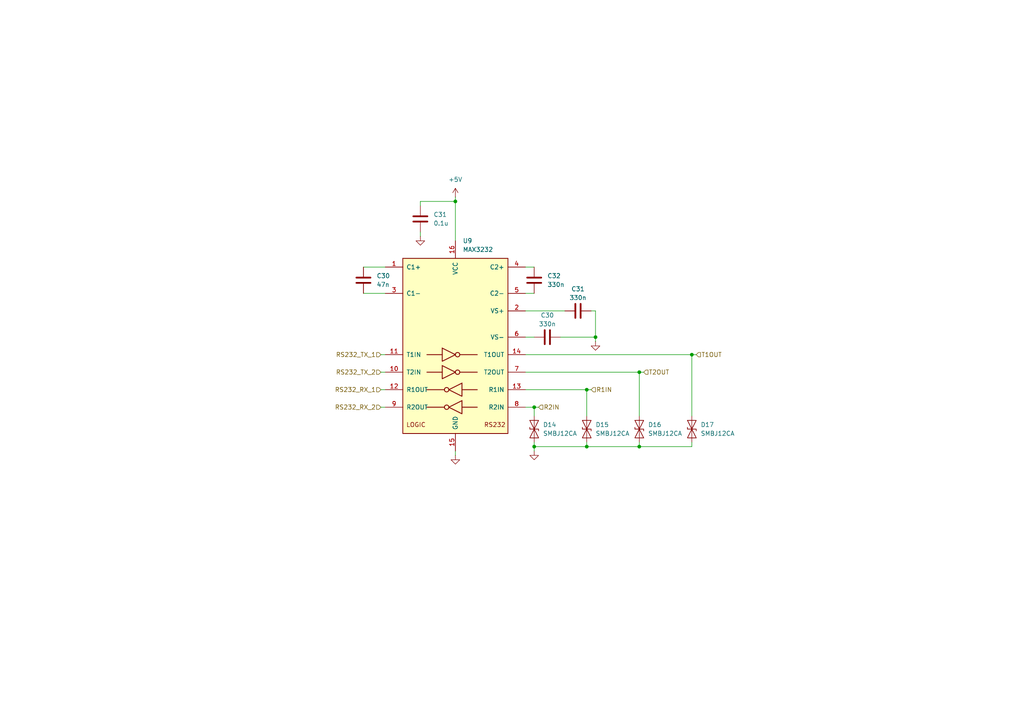
<source format=kicad_sch>
(kicad_sch
	(version 20250114)
	(generator "eeschema")
	(generator_version "9.0")
	(uuid "8b00f5a6-45cf-42d4-a3be-a7792a289798")
	(paper "A4")
	(lib_symbols
		(symbol "Device:C"
			(pin_numbers
				(hide yes)
			)
			(pin_names
				(offset 0.254)
			)
			(exclude_from_sim no)
			(in_bom yes)
			(on_board yes)
			(property "Reference" "C"
				(at 0.635 2.54 0)
				(effects
					(font
						(size 1.27 1.27)
					)
					(justify left)
				)
			)
			(property "Value" "C"
				(at 0.635 -2.54 0)
				(effects
					(font
						(size 1.27 1.27)
					)
					(justify left)
				)
			)
			(property "Footprint" ""
				(at 0.9652 -3.81 0)
				(effects
					(font
						(size 1.27 1.27)
					)
					(hide yes)
				)
			)
			(property "Datasheet" "~"
				(at 0 0 0)
				(effects
					(font
						(size 1.27 1.27)
					)
					(hide yes)
				)
			)
			(property "Description" "Unpolarized capacitor"
				(at 0 0 0)
				(effects
					(font
						(size 1.27 1.27)
					)
					(hide yes)
				)
			)
			(property "ki_keywords" "cap capacitor"
				(at 0 0 0)
				(effects
					(font
						(size 1.27 1.27)
					)
					(hide yes)
				)
			)
			(property "ki_fp_filters" "C_*"
				(at 0 0 0)
				(effects
					(font
						(size 1.27 1.27)
					)
					(hide yes)
				)
			)
			(symbol "C_0_1"
				(polyline
					(pts
						(xy -2.032 0.762) (xy 2.032 0.762)
					)
					(stroke
						(width 0.508)
						(type default)
					)
					(fill
						(type none)
					)
				)
				(polyline
					(pts
						(xy -2.032 -0.762) (xy 2.032 -0.762)
					)
					(stroke
						(width 0.508)
						(type default)
					)
					(fill
						(type none)
					)
				)
			)
			(symbol "C_1_1"
				(pin passive line
					(at 0 3.81 270)
					(length 2.794)
					(name "~"
						(effects
							(font
								(size 1.27 1.27)
							)
						)
					)
					(number "1"
						(effects
							(font
								(size 1.27 1.27)
							)
						)
					)
				)
				(pin passive line
					(at 0 -3.81 90)
					(length 2.794)
					(name "~"
						(effects
							(font
								(size 1.27 1.27)
							)
						)
					)
					(number "2"
						(effects
							(font
								(size 1.27 1.27)
							)
						)
					)
				)
			)
			(embedded_fonts no)
		)
		(symbol "Diode:SMAJ6.0CA"
			(pin_numbers
				(hide yes)
			)
			(pin_names
				(offset 1.016)
				(hide yes)
			)
			(exclude_from_sim no)
			(in_bom yes)
			(on_board yes)
			(property "Reference" "D"
				(at 0 2.54 0)
				(effects
					(font
						(size 1.27 1.27)
					)
				)
			)
			(property "Value" "SMAJ6.0CA"
				(at 0 -2.54 0)
				(effects
					(font
						(size 1.27 1.27)
					)
				)
			)
			(property "Footprint" "Diode_SMD:D_SMA"
				(at 0 -5.08 0)
				(effects
					(font
						(size 1.27 1.27)
					)
					(hide yes)
				)
			)
			(property "Datasheet" "https://www.littelfuse.com/media?resourcetype=datasheets&itemid=75e32973-b177-4ee3-a0ff-cedaf1abdb93&filename=smaj-datasheet"
				(at 0 0 0)
				(effects
					(font
						(size 1.27 1.27)
					)
					(hide yes)
				)
			)
			(property "Description" "400W bidirectional Transient Voltage Suppressor, 6.0Vr, SMA(DO-214AC)"
				(at 0 0 0)
				(effects
					(font
						(size 1.27 1.27)
					)
					(hide yes)
				)
			)
			(property "ki_keywords" "bidirectional diode TVS voltage suppressor"
				(at 0 0 0)
				(effects
					(font
						(size 1.27 1.27)
					)
					(hide yes)
				)
			)
			(property "ki_fp_filters" "D*SMA*"
				(at 0 0 0)
				(effects
					(font
						(size 1.27 1.27)
					)
					(hide yes)
				)
			)
			(symbol "SMAJ6.0CA_0_1"
				(polyline
					(pts
						(xy -2.54 -1.27) (xy 0 0) (xy -2.54 1.27) (xy -2.54 -1.27)
					)
					(stroke
						(width 0.2032)
						(type default)
					)
					(fill
						(type none)
					)
				)
				(polyline
					(pts
						(xy 0.508 1.27) (xy 0 1.27) (xy 0 -1.27) (xy -0.508 -1.27)
					)
					(stroke
						(width 0.2032)
						(type default)
					)
					(fill
						(type none)
					)
				)
				(polyline
					(pts
						(xy 1.27 0) (xy -1.27 0)
					)
					(stroke
						(width 0)
						(type default)
					)
					(fill
						(type none)
					)
				)
				(polyline
					(pts
						(xy 2.54 1.27) (xy 2.54 -1.27) (xy 0 0) (xy 2.54 1.27)
					)
					(stroke
						(width 0.2032)
						(type default)
					)
					(fill
						(type none)
					)
				)
			)
			(symbol "SMAJ6.0CA_1_1"
				(pin passive line
					(at -3.81 0 0)
					(length 2.54)
					(name "A1"
						(effects
							(font
								(size 1.27 1.27)
							)
						)
					)
					(number "1"
						(effects
							(font
								(size 1.27 1.27)
							)
						)
					)
				)
				(pin passive line
					(at 3.81 0 180)
					(length 2.54)
					(name "A2"
						(effects
							(font
								(size 1.27 1.27)
							)
						)
					)
					(number "2"
						(effects
							(font
								(size 1.27 1.27)
							)
						)
					)
				)
			)
			(embedded_fonts no)
		)
		(symbol "Interface_UART:MAX3232"
			(pin_names
				(offset 1.016)
			)
			(exclude_from_sim no)
			(in_bom yes)
			(on_board yes)
			(property "Reference" "U"
				(at -2.54 28.575 0)
				(effects
					(font
						(size 1.27 1.27)
					)
					(justify right)
				)
			)
			(property "Value" "MAX3232"
				(at -2.54 26.67 0)
				(effects
					(font
						(size 1.27 1.27)
					)
					(justify right)
				)
			)
			(property "Footprint" ""
				(at 1.27 -26.67 0)
				(effects
					(font
						(size 1.27 1.27)
					)
					(justify left)
					(hide yes)
				)
			)
			(property "Datasheet" "https://datasheets.maximintegrated.com/en/ds/MAX3222-MAX3241.pdf"
				(at 0 2.54 0)
				(effects
					(font
						(size 1.27 1.27)
					)
					(hide yes)
				)
			)
			(property "Description" "3.0V to 5.5V, Low-Power, up to 1Mbps, True RS-232 Transceivers Using Four 0.1μF External Capacitors"
				(at 0 0 0)
				(effects
					(font
						(size 1.27 1.27)
					)
					(hide yes)
				)
			)
			(property "ki_keywords" "rs232 uart transceiver line-driver"
				(at 0 0 0)
				(effects
					(font
						(size 1.27 1.27)
					)
					(hide yes)
				)
			)
			(property "ki_fp_filters" "SOIC*P1.27mm* DIP*W7.62mm* TSSOP*4.4x5mm*P0.65mm*"
				(at 0 0 0)
				(effects
					(font
						(size 1.27 1.27)
					)
					(hide yes)
				)
			)
			(symbol "MAX3232_0_0"
				(text "LOGIC"
					(at -11.43 -22.86 0)
					(effects
						(font
							(size 1.27 1.27)
						)
					)
				)
				(text "RS232"
					(at 11.43 -22.86 0)
					(effects
						(font
							(size 1.27 1.27)
						)
					)
				)
			)
			(symbol "MAX3232_0_1"
				(rectangle
					(start -15.24 -25.4)
					(end 15.24 25.4)
					(stroke
						(width 0.254)
						(type default)
					)
					(fill
						(type background)
					)
				)
				(polyline
					(pts
						(xy -3.81 -0.635) (xy -3.81 -4.445) (xy 0 -2.54) (xy -3.81 -0.635)
					)
					(stroke
						(width 0.254)
						(type default)
					)
					(fill
						(type none)
					)
				)
				(polyline
					(pts
						(xy -3.81 -2.54) (xy -8.255 -2.54)
					)
					(stroke
						(width 0.254)
						(type default)
					)
					(fill
						(type none)
					)
				)
				(polyline
					(pts
						(xy -3.81 -5.715) (xy -3.81 -9.525) (xy 0 -7.62) (xy -3.81 -5.715)
					)
					(stroke
						(width 0.254)
						(type default)
					)
					(fill
						(type none)
					)
				)
				(polyline
					(pts
						(xy -3.81 -7.62) (xy -8.255 -7.62)
					)
					(stroke
						(width 0.254)
						(type default)
					)
					(fill
						(type none)
					)
				)
				(polyline
					(pts
						(xy -3.175 -12.7) (xy -8.255 -12.7)
					)
					(stroke
						(width 0.254)
						(type default)
					)
					(fill
						(type none)
					)
				)
				(polyline
					(pts
						(xy -3.175 -17.78) (xy -8.255 -17.78)
					)
					(stroke
						(width 0.254)
						(type default)
					)
					(fill
						(type none)
					)
				)
				(circle
					(center -2.54 -12.7)
					(radius 0.635)
					(stroke
						(width 0.254)
						(type default)
					)
					(fill
						(type none)
					)
				)
				(circle
					(center -2.54 -17.78)
					(radius 0.635)
					(stroke
						(width 0.254)
						(type default)
					)
					(fill
						(type none)
					)
				)
				(circle
					(center 0.635 -2.54)
					(radius 0.635)
					(stroke
						(width 0.254)
						(type default)
					)
					(fill
						(type none)
					)
				)
				(circle
					(center 0.635 -7.62)
					(radius 0.635)
					(stroke
						(width 0.254)
						(type default)
					)
					(fill
						(type none)
					)
				)
				(polyline
					(pts
						(xy 1.27 -2.54) (xy 6.35 -2.54)
					)
					(stroke
						(width 0.254)
						(type default)
					)
					(fill
						(type none)
					)
				)
				(polyline
					(pts
						(xy 1.27 -7.62) (xy 6.35 -7.62)
					)
					(stroke
						(width 0.254)
						(type default)
					)
					(fill
						(type none)
					)
				)
				(polyline
					(pts
						(xy 1.905 -10.795) (xy 1.905 -14.605) (xy -1.905 -12.7) (xy 1.905 -10.795)
					)
					(stroke
						(width 0.254)
						(type default)
					)
					(fill
						(type none)
					)
				)
				(polyline
					(pts
						(xy 1.905 -12.7) (xy 6.35 -12.7)
					)
					(stroke
						(width 0.254)
						(type default)
					)
					(fill
						(type none)
					)
				)
				(polyline
					(pts
						(xy 1.905 -15.875) (xy 1.905 -19.685) (xy -1.905 -17.78) (xy 1.905 -15.875)
					)
					(stroke
						(width 0.254)
						(type default)
					)
					(fill
						(type none)
					)
				)
				(polyline
					(pts
						(xy 1.905 -17.78) (xy 6.35 -17.78)
					)
					(stroke
						(width 0.254)
						(type default)
					)
					(fill
						(type none)
					)
				)
			)
			(symbol "MAX3232_1_1"
				(pin passive line
					(at -20.32 22.86 0)
					(length 5.08)
					(name "C1+"
						(effects
							(font
								(size 1.27 1.27)
							)
						)
					)
					(number "1"
						(effects
							(font
								(size 1.27 1.27)
							)
						)
					)
				)
				(pin passive line
					(at -20.32 15.24 0)
					(length 5.08)
					(name "C1-"
						(effects
							(font
								(size 1.27 1.27)
							)
						)
					)
					(number "3"
						(effects
							(font
								(size 1.27 1.27)
							)
						)
					)
				)
				(pin input line
					(at -20.32 -2.54 0)
					(length 5.08)
					(name "T1IN"
						(effects
							(font
								(size 1.27 1.27)
							)
						)
					)
					(number "11"
						(effects
							(font
								(size 1.27 1.27)
							)
						)
					)
				)
				(pin input line
					(at -20.32 -7.62 0)
					(length 5.08)
					(name "T2IN"
						(effects
							(font
								(size 1.27 1.27)
							)
						)
					)
					(number "10"
						(effects
							(font
								(size 1.27 1.27)
							)
						)
					)
				)
				(pin output line
					(at -20.32 -12.7 0)
					(length 5.08)
					(name "R1OUT"
						(effects
							(font
								(size 1.27 1.27)
							)
						)
					)
					(number "12"
						(effects
							(font
								(size 1.27 1.27)
							)
						)
					)
				)
				(pin output line
					(at -20.32 -17.78 0)
					(length 5.08)
					(name "R2OUT"
						(effects
							(font
								(size 1.27 1.27)
							)
						)
					)
					(number "9"
						(effects
							(font
								(size 1.27 1.27)
							)
						)
					)
				)
				(pin power_in line
					(at 0 30.48 270)
					(length 5.08)
					(name "VCC"
						(effects
							(font
								(size 1.27 1.27)
							)
						)
					)
					(number "16"
						(effects
							(font
								(size 1.27 1.27)
							)
						)
					)
				)
				(pin power_in line
					(at 0 -30.48 90)
					(length 5.08)
					(name "GND"
						(effects
							(font
								(size 1.27 1.27)
							)
						)
					)
					(number "15"
						(effects
							(font
								(size 1.27 1.27)
							)
						)
					)
				)
				(pin passive line
					(at 20.32 22.86 180)
					(length 5.08)
					(name "C2+"
						(effects
							(font
								(size 1.27 1.27)
							)
						)
					)
					(number "4"
						(effects
							(font
								(size 1.27 1.27)
							)
						)
					)
				)
				(pin passive line
					(at 20.32 15.24 180)
					(length 5.08)
					(name "C2-"
						(effects
							(font
								(size 1.27 1.27)
							)
						)
					)
					(number "5"
						(effects
							(font
								(size 1.27 1.27)
							)
						)
					)
				)
				(pin power_out line
					(at 20.32 10.16 180)
					(length 5.08)
					(name "VS+"
						(effects
							(font
								(size 1.27 1.27)
							)
						)
					)
					(number "2"
						(effects
							(font
								(size 1.27 1.27)
							)
						)
					)
				)
				(pin power_out line
					(at 20.32 2.54 180)
					(length 5.08)
					(name "VS-"
						(effects
							(font
								(size 1.27 1.27)
							)
						)
					)
					(number "6"
						(effects
							(font
								(size 1.27 1.27)
							)
						)
					)
				)
				(pin output line
					(at 20.32 -2.54 180)
					(length 5.08)
					(name "T1OUT"
						(effects
							(font
								(size 1.27 1.27)
							)
						)
					)
					(number "14"
						(effects
							(font
								(size 1.27 1.27)
							)
						)
					)
				)
				(pin output line
					(at 20.32 -7.62 180)
					(length 5.08)
					(name "T2OUT"
						(effects
							(font
								(size 1.27 1.27)
							)
						)
					)
					(number "7"
						(effects
							(font
								(size 1.27 1.27)
							)
						)
					)
				)
				(pin input line
					(at 20.32 -12.7 180)
					(length 5.08)
					(name "R1IN"
						(effects
							(font
								(size 1.27 1.27)
							)
						)
					)
					(number "13"
						(effects
							(font
								(size 1.27 1.27)
							)
						)
					)
				)
				(pin input line
					(at 20.32 -17.78 180)
					(length 5.08)
					(name "R2IN"
						(effects
							(font
								(size 1.27 1.27)
							)
						)
					)
					(number "8"
						(effects
							(font
								(size 1.27 1.27)
							)
						)
					)
				)
			)
			(embedded_fonts no)
		)
		(symbol "power:+5V"
			(power)
			(pin_numbers
				(hide yes)
			)
			(pin_names
				(offset 0)
				(hide yes)
			)
			(exclude_from_sim no)
			(in_bom yes)
			(on_board yes)
			(property "Reference" "#PWR"
				(at 0 -3.81 0)
				(effects
					(font
						(size 1.27 1.27)
					)
					(hide yes)
				)
			)
			(property "Value" "+5V"
				(at 0 3.556 0)
				(effects
					(font
						(size 1.27 1.27)
					)
				)
			)
			(property "Footprint" ""
				(at 0 0 0)
				(effects
					(font
						(size 1.27 1.27)
					)
					(hide yes)
				)
			)
			(property "Datasheet" ""
				(at 0 0 0)
				(effects
					(font
						(size 1.27 1.27)
					)
					(hide yes)
				)
			)
			(property "Description" "Power symbol creates a global label with name \"+5V\""
				(at 0 0 0)
				(effects
					(font
						(size 1.27 1.27)
					)
					(hide yes)
				)
			)
			(property "ki_keywords" "global power"
				(at 0 0 0)
				(effects
					(font
						(size 1.27 1.27)
					)
					(hide yes)
				)
			)
			(symbol "+5V_0_1"
				(polyline
					(pts
						(xy -0.762 1.27) (xy 0 2.54)
					)
					(stroke
						(width 0)
						(type default)
					)
					(fill
						(type none)
					)
				)
				(polyline
					(pts
						(xy 0 2.54) (xy 0.762 1.27)
					)
					(stroke
						(width 0)
						(type default)
					)
					(fill
						(type none)
					)
				)
				(polyline
					(pts
						(xy 0 0) (xy 0 2.54)
					)
					(stroke
						(width 0)
						(type default)
					)
					(fill
						(type none)
					)
				)
			)
			(symbol "+5V_1_1"
				(pin power_in line
					(at 0 0 90)
					(length 0)
					(name "~"
						(effects
							(font
								(size 1.27 1.27)
							)
						)
					)
					(number "1"
						(effects
							(font
								(size 1.27 1.27)
							)
						)
					)
				)
			)
			(embedded_fonts no)
		)
		(symbol "power:GND"
			(power)
			(pin_numbers
				(hide yes)
			)
			(pin_names
				(offset 0)
				(hide yes)
			)
			(exclude_from_sim no)
			(in_bom yes)
			(on_board yes)
			(property "Reference" "#PWR"
				(at 0 -6.35 0)
				(effects
					(font
						(size 1.27 1.27)
					)
					(hide yes)
				)
			)
			(property "Value" "GND"
				(at 0 -3.81 0)
				(effects
					(font
						(size 1.27 1.27)
					)
				)
			)
			(property "Footprint" ""
				(at 0 0 0)
				(effects
					(font
						(size 1.27 1.27)
					)
					(hide yes)
				)
			)
			(property "Datasheet" ""
				(at 0 0 0)
				(effects
					(font
						(size 1.27 1.27)
					)
					(hide yes)
				)
			)
			(property "Description" "Power symbol creates a global label with name \"GND\" , ground"
				(at 0 0 0)
				(effects
					(font
						(size 1.27 1.27)
					)
					(hide yes)
				)
			)
			(property "ki_keywords" "global power"
				(at 0 0 0)
				(effects
					(font
						(size 1.27 1.27)
					)
					(hide yes)
				)
			)
			(symbol "GND_0_1"
				(polyline
					(pts
						(xy 0 0) (xy 0 -1.27) (xy 1.27 -1.27) (xy 0 -2.54) (xy -1.27 -1.27) (xy 0 -1.27)
					)
					(stroke
						(width 0)
						(type default)
					)
					(fill
						(type none)
					)
				)
			)
			(symbol "GND_1_1"
				(pin power_in line
					(at 0 0 270)
					(length 0)
					(name "~"
						(effects
							(font
								(size 1.27 1.27)
							)
						)
					)
					(number "1"
						(effects
							(font
								(size 1.27 1.27)
							)
						)
					)
				)
			)
			(embedded_fonts no)
		)
	)
	(junction
		(at 154.94 129.54)
		(diameter 0)
		(color 0 0 0 0)
		(uuid "1dad913d-aab6-4740-b88e-f31af5a7f880")
	)
	(junction
		(at 170.18 129.54)
		(diameter 0)
		(color 0 0 0 0)
		(uuid "4633c3ad-74e3-430e-b711-9425ee2ec1ea")
	)
	(junction
		(at 170.18 113.03)
		(diameter 0)
		(color 0 0 0 0)
		(uuid "4e5b6ab0-dc71-4658-aa47-e82790f51fd5")
	)
	(junction
		(at 185.42 107.95)
		(diameter 0)
		(color 0 0 0 0)
		(uuid "6da8a2b6-3c20-45af-aa85-3650c7b160fd")
	)
	(junction
		(at 132.08 58.42)
		(diameter 0)
		(color 0 0 0 0)
		(uuid "7a66819b-a827-4f14-8007-095ed9352459")
	)
	(junction
		(at 154.94 118.11)
		(diameter 0)
		(color 0 0 0 0)
		(uuid "813de9cc-6775-4749-84a9-da52ec16c8f9")
	)
	(junction
		(at 200.66 102.87)
		(diameter 0)
		(color 0 0 0 0)
		(uuid "9cd58e2c-ee86-479d-9cb2-33a0e423064a")
	)
	(junction
		(at 185.42 129.54)
		(diameter 0)
		(color 0 0 0 0)
		(uuid "cedbf081-5d5e-4d4b-907c-e7a354389587")
	)
	(junction
		(at 172.72 97.79)
		(diameter 0)
		(color 0 0 0 0)
		(uuid "e7a7bd16-730b-4e19-b429-dccdd0112534")
	)
	(wire
		(pts
			(xy 152.4 107.95) (xy 185.42 107.95)
		)
		(stroke
			(width 0)
			(type default)
		)
		(uuid "058e314d-bad7-4f63-bd4e-f20d5f0507f9")
	)
	(wire
		(pts
			(xy 152.4 85.09) (xy 154.94 85.09)
		)
		(stroke
			(width 0)
			(type default)
		)
		(uuid "12792611-4e01-46e7-a239-a395a48e4316")
	)
	(wire
		(pts
			(xy 200.66 128.27) (xy 200.66 129.54)
		)
		(stroke
			(width 0)
			(type default)
		)
		(uuid "129d4e85-2410-4271-804d-7e592692406b")
	)
	(wire
		(pts
			(xy 185.42 128.27) (xy 185.42 129.54)
		)
		(stroke
			(width 0)
			(type default)
		)
		(uuid "1cb94302-6697-41f2-b54d-3b9995693f91")
	)
	(wire
		(pts
			(xy 121.92 59.69) (xy 121.92 58.42)
		)
		(stroke
			(width 0)
			(type default)
		)
		(uuid "34dfd905-d99b-4091-a02b-0abeea3a3cab")
	)
	(wire
		(pts
			(xy 185.42 129.54) (xy 170.18 129.54)
		)
		(stroke
			(width 0)
			(type default)
		)
		(uuid "37598eb1-318e-4c76-b500-b72be78e7847")
	)
	(wire
		(pts
			(xy 152.4 102.87) (xy 200.66 102.87)
		)
		(stroke
			(width 0)
			(type default)
		)
		(uuid "41b192be-7eb6-4fdd-abb1-a970fb6ff0a1")
	)
	(wire
		(pts
			(xy 132.08 130.81) (xy 132.08 132.08)
		)
		(stroke
			(width 0)
			(type default)
		)
		(uuid "4e9bd424-1da5-4abe-a130-81bf1189bed9")
	)
	(wire
		(pts
			(xy 170.18 113.03) (xy 170.18 120.65)
		)
		(stroke
			(width 0)
			(type default)
		)
		(uuid "510c91ff-e6e3-459f-9cba-e7bb1d5ac4e4")
	)
	(wire
		(pts
			(xy 185.42 107.95) (xy 185.42 120.65)
		)
		(stroke
			(width 0)
			(type default)
		)
		(uuid "513b506a-c633-414a-a8d2-4f324cc35aba")
	)
	(wire
		(pts
			(xy 170.18 113.03) (xy 171.45 113.03)
		)
		(stroke
			(width 0)
			(type default)
		)
		(uuid "51fab7a0-7bfe-463c-8afd-ac586f4ad7da")
	)
	(wire
		(pts
			(xy 132.08 58.42) (xy 132.08 69.85)
		)
		(stroke
			(width 0)
			(type default)
		)
		(uuid "57e65590-09a0-4cff-b087-810612df8445")
	)
	(wire
		(pts
			(xy 185.42 107.95) (xy 186.69 107.95)
		)
		(stroke
			(width 0)
			(type default)
		)
		(uuid "614d67b3-479e-48f7-92bd-3bf8901ba53f")
	)
	(wire
		(pts
			(xy 172.72 97.79) (xy 172.72 99.06)
		)
		(stroke
			(width 0)
			(type default)
		)
		(uuid "629af933-7094-4a31-a516-bb2797fbe87c")
	)
	(wire
		(pts
			(xy 121.92 58.42) (xy 132.08 58.42)
		)
		(stroke
			(width 0)
			(type default)
		)
		(uuid "72e25477-4712-4afd-8a5b-20302d803049")
	)
	(wire
		(pts
			(xy 200.66 129.54) (xy 185.42 129.54)
		)
		(stroke
			(width 0)
			(type default)
		)
		(uuid "7702b2fe-b1de-4c50-8464-d6c4bdd47572")
	)
	(wire
		(pts
			(xy 171.45 90.17) (xy 172.72 90.17)
		)
		(stroke
			(width 0)
			(type default)
		)
		(uuid "78bfad0f-a661-4647-85b1-9b3b141a7d53")
	)
	(wire
		(pts
			(xy 170.18 129.54) (xy 154.94 129.54)
		)
		(stroke
			(width 0)
			(type default)
		)
		(uuid "78dfd6c2-4f8d-4894-a4d1-1c0657641da7")
	)
	(wire
		(pts
			(xy 170.18 128.27) (xy 170.18 129.54)
		)
		(stroke
			(width 0)
			(type default)
		)
		(uuid "79b8daa4-9f87-49e4-b622-14e112bf44d2")
	)
	(wire
		(pts
			(xy 110.49 113.03) (xy 111.76 113.03)
		)
		(stroke
			(width 0)
			(type default)
		)
		(uuid "7c4c731c-0c80-43d2-817f-9fd533e3dad3")
	)
	(wire
		(pts
			(xy 152.4 77.47) (xy 154.94 77.47)
		)
		(stroke
			(width 0)
			(type default)
		)
		(uuid "7d03fc47-baf8-4da1-a0f6-7fd47ad10661")
	)
	(wire
		(pts
			(xy 132.08 57.15) (xy 132.08 58.42)
		)
		(stroke
			(width 0)
			(type default)
		)
		(uuid "83b51299-b804-4e01-bd49-e510a36e97d6")
	)
	(wire
		(pts
			(xy 152.4 118.11) (xy 154.94 118.11)
		)
		(stroke
			(width 0)
			(type default)
		)
		(uuid "872b9c8c-0404-4059-8c45-337230d83896")
	)
	(wire
		(pts
			(xy 172.72 90.17) (xy 172.72 97.79)
		)
		(stroke
			(width 0)
			(type default)
		)
		(uuid "94ad349e-b558-4bea-b344-f1a1e7780a59")
	)
	(wire
		(pts
			(xy 110.49 102.87) (xy 111.76 102.87)
		)
		(stroke
			(width 0)
			(type default)
		)
		(uuid "9ddfa4dc-3546-41f7-918b-cd76925c01cb")
	)
	(wire
		(pts
			(xy 152.4 97.79) (xy 154.94 97.79)
		)
		(stroke
			(width 0)
			(type default)
		)
		(uuid "a74691c8-19cb-43de-b94b-ba5d18785302")
	)
	(wire
		(pts
			(xy 121.92 67.31) (xy 121.92 68.58)
		)
		(stroke
			(width 0)
			(type default)
		)
		(uuid "ac619f80-3147-410d-a30a-3dcf481e4283")
	)
	(wire
		(pts
			(xy 110.49 107.95) (xy 111.76 107.95)
		)
		(stroke
			(width 0)
			(type default)
		)
		(uuid "bbe643b3-3d24-45db-a2a3-681a0b2802e1")
	)
	(wire
		(pts
			(xy 154.94 118.11) (xy 154.94 120.65)
		)
		(stroke
			(width 0)
			(type default)
		)
		(uuid "bda7d05d-1fc8-4dad-85f8-2e62056631be")
	)
	(wire
		(pts
			(xy 154.94 118.11) (xy 156.21 118.11)
		)
		(stroke
			(width 0)
			(type default)
		)
		(uuid "c46c40c6-33c5-4f0b-b750-303a1d946e67")
	)
	(wire
		(pts
			(xy 152.4 90.17) (xy 163.83 90.17)
		)
		(stroke
			(width 0)
			(type default)
		)
		(uuid "c5d859ef-8fb8-4dc2-92c7-ec8affc638e1")
	)
	(wire
		(pts
			(xy 105.41 77.47) (xy 111.76 77.47)
		)
		(stroke
			(width 0)
			(type default)
		)
		(uuid "e0e7a4f2-9c29-4d61-b80b-79280103416e")
	)
	(wire
		(pts
			(xy 200.66 102.87) (xy 201.93 102.87)
		)
		(stroke
			(width 0)
			(type default)
		)
		(uuid "ea9af554-1d23-4b13-abcd-0bd6b698c59a")
	)
	(wire
		(pts
			(xy 110.49 118.11) (xy 111.76 118.11)
		)
		(stroke
			(width 0)
			(type default)
		)
		(uuid "f06fb947-29b7-4ef7-ad8e-a98b4b47b736")
	)
	(wire
		(pts
			(xy 152.4 113.03) (xy 170.18 113.03)
		)
		(stroke
			(width 0)
			(type default)
		)
		(uuid "f1afe339-d560-4ba5-976a-199549ec4080")
	)
	(wire
		(pts
			(xy 154.94 128.27) (xy 154.94 129.54)
		)
		(stroke
			(width 0)
			(type default)
		)
		(uuid "f2e8d831-50a5-4c8d-96ec-f96f90b5b98c")
	)
	(wire
		(pts
			(xy 162.56 97.79) (xy 172.72 97.79)
		)
		(stroke
			(width 0)
			(type default)
		)
		(uuid "f59d44ec-ab5d-4c08-84c6-ffd0301ee3c7")
	)
	(wire
		(pts
			(xy 200.66 102.87) (xy 200.66 120.65)
		)
		(stroke
			(width 0)
			(type default)
		)
		(uuid "f5a6923c-e811-4571-aafa-1b2df6a22235")
	)
	(wire
		(pts
			(xy 105.41 85.09) (xy 111.76 85.09)
		)
		(stroke
			(width 0)
			(type default)
		)
		(uuid "f8d8e35f-4567-4fb2-ad8f-2c95da82a380")
	)
	(wire
		(pts
			(xy 154.94 129.54) (xy 154.94 130.81)
		)
		(stroke
			(width 0)
			(type default)
		)
		(uuid "fe9796ae-8910-44bc-a2ca-cd5fb7488812")
	)
	(hierarchical_label "RS232_RX_1"
		(shape input)
		(at 110.49 113.03 180)
		(effects
			(font
				(size 1.27 1.27)
			)
			(justify right)
		)
		(uuid "4c614be8-7f6b-4346-9c6f-a3efb5ed64a6")
	)
	(hierarchical_label "RS232_RX_2"
		(shape input)
		(at 110.49 118.11 180)
		(effects
			(font
				(size 1.27 1.27)
			)
			(justify right)
		)
		(uuid "827baab9-a1c1-44ef-9698-82622865c115")
	)
	(hierarchical_label "R1IN"
		(shape input)
		(at 171.45 113.03 0)
		(effects
			(font
				(size 1.27 1.27)
			)
			(justify left)
		)
		(uuid "943a45f6-4b38-4a93-9533-6361f92f74f6")
	)
	(hierarchical_label "T1OUT"
		(shape input)
		(at 201.93 102.87 0)
		(effects
			(font
				(size 1.27 1.27)
			)
			(justify left)
		)
		(uuid "abaad4fb-7c4e-4fb8-9d4c-381a3d6f4b3d")
	)
	(hierarchical_label "R2IN"
		(shape input)
		(at 156.21 118.11 0)
		(effects
			(font
				(size 1.27 1.27)
			)
			(justify left)
		)
		(uuid "adb7925b-2fe7-495c-bf06-2f4da75e4cd0")
	)
	(hierarchical_label "RS232_TX_1"
		(shape input)
		(at 110.49 102.87 180)
		(effects
			(font
				(size 1.27 1.27)
			)
			(justify right)
		)
		(uuid "bb637afa-f32f-4854-a93e-3cc47d8f8cc4")
	)
	(hierarchical_label "RS232_TX_2"
		(shape input)
		(at 110.49 107.95 180)
		(effects
			(font
				(size 1.27 1.27)
			)
			(justify right)
		)
		(uuid "bcf05045-3e2d-4856-a0b2-6d0109a6ace1")
	)
	(hierarchical_label "T2OUT"
		(shape input)
		(at 186.69 107.95 0)
		(effects
			(font
				(size 1.27 1.27)
			)
			(justify left)
		)
		(uuid "ed3322cb-9505-472a-ab0d-cdd1ffd813e9")
	)
	(symbol
		(lib_id "Device:C")
		(at 121.92 63.5 0)
		(unit 1)
		(exclude_from_sim no)
		(in_bom yes)
		(on_board yes)
		(dnp no)
		(fields_autoplaced yes)
		(uuid "003bc85c-9838-4b22-ac32-bc70476373d0")
		(property "Reference" "C31"
			(at 125.73 62.2299 0)
			(effects
				(font
					(size 1.27 1.27)
				)
				(justify left)
			)
		)
		(property "Value" "0.1u"
			(at 125.73 64.7699 0)
			(effects
				(font
					(size 1.27 1.27)
				)
				(justify left)
			)
		)
		(property "Footprint" "Capacitor_SMD:C_0402_1005Metric"
			(at 122.8852 67.31 0)
			(effects
				(font
					(size 1.27 1.27)
				)
				(hide yes)
			)
		)
		(property "Datasheet" "~"
			(at 121.92 63.5 0)
			(effects
				(font
					(size 1.27 1.27)
				)
				(hide yes)
			)
		)
		(property "Description" "Unpolarized capacitor"
			(at 121.92 63.5 0)
			(effects
				(font
					(size 1.27 1.27)
				)
				(hide yes)
			)
		)
		(pin "2"
			(uuid "213ef8a9-6983-4c36-b7dd-3b4931f6f9ad")
		)
		(pin "1"
			(uuid "e19c95d9-90a7-4879-8574-eda3814441a1")
		)
		(instances
			(project "Input_Eve_V1.0"
				(path "/519cd8d4-bb93-4bd2-8d6d-fc5bc7100516/236fb5d9-91b2-4974-a082-905da78f3197"
					(reference "C31")
					(unit 1)
				)
			)
		)
	)
	(symbol
		(lib_id "power:+5V")
		(at 132.08 57.15 0)
		(unit 1)
		(exclude_from_sim no)
		(in_bom yes)
		(on_board yes)
		(dnp no)
		(fields_autoplaced yes)
		(uuid "16aa3d89-02a1-44b9-b341-8c7c8243689b")
		(property "Reference" "#PWR056"
			(at 132.08 60.96 0)
			(effects
				(font
					(size 1.27 1.27)
				)
				(hide yes)
			)
		)
		(property "Value" "+5V"
			(at 132.08 52.07 0)
			(effects
				(font
					(size 1.27 1.27)
				)
			)
		)
		(property "Footprint" ""
			(at 132.08 57.15 0)
			(effects
				(font
					(size 1.27 1.27)
				)
				(hide yes)
			)
		)
		(property "Datasheet" ""
			(at 132.08 57.15 0)
			(effects
				(font
					(size 1.27 1.27)
				)
				(hide yes)
			)
		)
		(property "Description" "Power symbol creates a global label with name \"+5V\""
			(at 132.08 57.15 0)
			(effects
				(font
					(size 1.27 1.27)
				)
				(hide yes)
			)
		)
		(pin "1"
			(uuid "1fd1a117-f20d-4e2e-a170-ae58fdc92fba")
		)
		(instances
			(project "Input_Eve_V1.0"
				(path "/519cd8d4-bb93-4bd2-8d6d-fc5bc7100516/236fb5d9-91b2-4974-a082-905da78f3197"
					(reference "#PWR056")
					(unit 1)
				)
			)
		)
	)
	(symbol
		(lib_id "Diode:SMAJ6.0CA")
		(at 170.18 124.46 90)
		(unit 1)
		(exclude_from_sim no)
		(in_bom yes)
		(on_board yes)
		(dnp no)
		(fields_autoplaced yes)
		(uuid "332b85db-f29a-44d0-8326-89d48d1dc570")
		(property "Reference" "D15"
			(at 172.72 123.1899 90)
			(effects
				(font
					(size 1.27 1.27)
				)
				(justify right)
			)
		)
		(property "Value" "SMBJ12CA"
			(at 172.72 125.7299 90)
			(effects
				(font
					(size 1.27 1.27)
				)
				(justify right)
			)
		)
		(property "Footprint" "Diode_SMD:D_SMA"
			(at 175.26 124.46 0)
			(effects
				(font
					(size 1.27 1.27)
				)
				(hide yes)
			)
		)
		(property "Datasheet" "https://www.littelfuse.com/media?resourcetype=datasheets&itemid=75e32973-b177-4ee3-a0ff-cedaf1abdb93&filename=smaj-datasheet"
			(at 170.18 124.46 0)
			(effects
				(font
					(size 1.27 1.27)
				)
				(hide yes)
			)
		)
		(property "Description" "400W bidirectional Transient Voltage Suppressor, 6.0Vr, SMA(DO-214AC)"
			(at 170.18 124.46 0)
			(effects
				(font
					(size 1.27 1.27)
				)
				(hide yes)
			)
		)
		(pin "1"
			(uuid "214ba85e-b560-47ae-af65-867336826809")
		)
		(pin "2"
			(uuid "d5e2b324-4968-47b5-b737-ec944425e06c")
		)
		(instances
			(project "Input_Eve_V1.0"
				(path "/519cd8d4-bb93-4bd2-8d6d-fc5bc7100516/236fb5d9-91b2-4974-a082-905da78f3197"
					(reference "D15")
					(unit 1)
				)
			)
		)
	)
	(symbol
		(lib_id "Diode:SMAJ6.0CA")
		(at 154.94 124.46 90)
		(unit 1)
		(exclude_from_sim no)
		(in_bom yes)
		(on_board yes)
		(dnp no)
		(fields_autoplaced yes)
		(uuid "3b40bdc2-0b4a-46a0-961d-7e0e24452694")
		(property "Reference" "D14"
			(at 157.48 123.1899 90)
			(effects
				(font
					(size 1.27 1.27)
				)
				(justify right)
			)
		)
		(property "Value" "SMBJ12CA"
			(at 157.48 125.7299 90)
			(effects
				(font
					(size 1.27 1.27)
				)
				(justify right)
			)
		)
		(property "Footprint" "Diode_SMD:D_SMA"
			(at 160.02 124.46 0)
			(effects
				(font
					(size 1.27 1.27)
				)
				(hide yes)
			)
		)
		(property "Datasheet" "https://www.littelfuse.com/media?resourcetype=datasheets&itemid=75e32973-b177-4ee3-a0ff-cedaf1abdb93&filename=smaj-datasheet"
			(at 154.94 124.46 0)
			(effects
				(font
					(size 1.27 1.27)
				)
				(hide yes)
			)
		)
		(property "Description" "400W bidirectional Transient Voltage Suppressor, 6.0Vr, SMA(DO-214AC)"
			(at 154.94 124.46 0)
			(effects
				(font
					(size 1.27 1.27)
				)
				(hide yes)
			)
		)
		(pin "1"
			(uuid "bfe47cea-cbdf-468d-8eba-abf9ff78888c")
		)
		(pin "2"
			(uuid "327368ef-dff1-4502-ab8a-40f8958068e7")
		)
		(instances
			(project "Input_Eve_V1.0"
				(path "/519cd8d4-bb93-4bd2-8d6d-fc5bc7100516/236fb5d9-91b2-4974-a082-905da78f3197"
					(reference "D14")
					(unit 1)
				)
			)
		)
	)
	(symbol
		(lib_id "power:GND")
		(at 121.92 68.58 0)
		(unit 1)
		(exclude_from_sim no)
		(in_bom yes)
		(on_board yes)
		(dnp no)
		(fields_autoplaced yes)
		(uuid "400de9be-5354-4a53-8e9c-78c5fcb410c4")
		(property "Reference" "#PWR057"
			(at 121.92 74.93 0)
			(effects
				(font
					(size 1.27 1.27)
				)
				(hide yes)
			)
		)
		(property "Value" "GND"
			(at 121.92 73.66 0)
			(effects
				(font
					(size 1.27 1.27)
				)
				(hide yes)
			)
		)
		(property "Footprint" ""
			(at 121.92 68.58 0)
			(effects
				(font
					(size 1.27 1.27)
				)
				(hide yes)
			)
		)
		(property "Datasheet" ""
			(at 121.92 68.58 0)
			(effects
				(font
					(size 1.27 1.27)
				)
				(hide yes)
			)
		)
		(property "Description" "Power symbol creates a global label with name \"GND\" , ground"
			(at 121.92 68.58 0)
			(effects
				(font
					(size 1.27 1.27)
				)
				(hide yes)
			)
		)
		(pin "1"
			(uuid "fd641afa-d421-46d1-b5f6-fa6979325e36")
		)
		(instances
			(project "Input_Eve_V1.0"
				(path "/519cd8d4-bb93-4bd2-8d6d-fc5bc7100516/236fb5d9-91b2-4974-a082-905da78f3197"
					(reference "#PWR057")
					(unit 1)
				)
			)
		)
	)
	(symbol
		(lib_id "Device:C")
		(at 154.94 81.28 0)
		(unit 1)
		(exclude_from_sim no)
		(in_bom yes)
		(on_board yes)
		(dnp no)
		(fields_autoplaced yes)
		(uuid "4106e62d-9a38-40c2-9ec4-c1126d920586")
		(property "Reference" "C32"
			(at 158.75 80.0099 0)
			(effects
				(font
					(size 1.27 1.27)
				)
				(justify left)
			)
		)
		(property "Value" "330n"
			(at 158.75 82.5499 0)
			(effects
				(font
					(size 1.27 1.27)
				)
				(justify left)
			)
		)
		(property "Footprint" "Capacitor_SMD:C_0402_1005Metric"
			(at 155.9052 85.09 0)
			(effects
				(font
					(size 1.27 1.27)
				)
				(hide yes)
			)
		)
		(property "Datasheet" "~"
			(at 154.94 81.28 0)
			(effects
				(font
					(size 1.27 1.27)
				)
				(hide yes)
			)
		)
		(property "Description" "Unpolarized capacitor"
			(at 154.94 81.28 0)
			(effects
				(font
					(size 1.27 1.27)
				)
				(hide yes)
			)
		)
		(pin "2"
			(uuid "4627d836-6b8a-4b0a-ab75-3c55d63d4ffc")
		)
		(pin "1"
			(uuid "3695b41b-9bc7-41a1-8359-229ea54a25a2")
		)
		(instances
			(project "Input_Eve_V1.0"
				(path "/519cd8d4-bb93-4bd2-8d6d-fc5bc7100516/236fb5d9-91b2-4974-a082-905da78f3197"
					(reference "C32")
					(unit 1)
				)
			)
		)
	)
	(symbol
		(lib_id "Device:C")
		(at 167.64 90.17 90)
		(unit 1)
		(exclude_from_sim no)
		(in_bom yes)
		(on_board yes)
		(dnp no)
		(uuid "4b174567-48f5-493d-a753-7835d67b3e0e")
		(property "Reference" "C31"
			(at 167.64 83.82 90)
			(effects
				(font
					(size 1.27 1.27)
				)
			)
		)
		(property "Value" "330n"
			(at 167.64 86.36 90)
			(effects
				(font
					(size 1.27 1.27)
				)
			)
		)
		(property "Footprint" "Capacitor_SMD:C_0402_1005Metric"
			(at 171.45 89.2048 0)
			(effects
				(font
					(size 1.27 1.27)
				)
				(hide yes)
			)
		)
		(property "Datasheet" "~"
			(at 167.64 90.17 0)
			(effects
				(font
					(size 1.27 1.27)
				)
				(hide yes)
			)
		)
		(property "Description" "Unpolarized capacitor"
			(at 167.64 90.17 0)
			(effects
				(font
					(size 1.27 1.27)
				)
				(hide yes)
			)
		)
		(pin "2"
			(uuid "2f3aa51f-39ab-47ec-9c1e-3c30fb60e3dd")
		)
		(pin "1"
			(uuid "c8d5e6ac-3a29-4612-b838-fa34ce757b04")
		)
		(instances
			(project "Input_Eve_V1.0"
				(path "/519cd8d4-bb93-4bd2-8d6d-fc5bc7100516/236fb5d9-91b2-4974-a082-905da78f3197"
					(reference "C31")
					(unit 1)
				)
			)
		)
	)
	(symbol
		(lib_id "Device:C")
		(at 105.41 81.28 0)
		(unit 1)
		(exclude_from_sim no)
		(in_bom yes)
		(on_board yes)
		(dnp no)
		(fields_autoplaced yes)
		(uuid "59fbfde5-f50f-4ed2-84cb-905053e8c3ce")
		(property "Reference" "C30"
			(at 109.22 80.0099 0)
			(effects
				(font
					(size 1.27 1.27)
				)
				(justify left)
			)
		)
		(property "Value" "47n"
			(at 109.22 82.5499 0)
			(effects
				(font
					(size 1.27 1.27)
				)
				(justify left)
			)
		)
		(property "Footprint" "Capacitor_SMD:C_0402_1005Metric"
			(at 106.3752 85.09 0)
			(effects
				(font
					(size 1.27 1.27)
				)
				(hide yes)
			)
		)
		(property "Datasheet" "~"
			(at 105.41 81.28 0)
			(effects
				(font
					(size 1.27 1.27)
				)
				(hide yes)
			)
		)
		(property "Description" "Unpolarized capacitor"
			(at 105.41 81.28 0)
			(effects
				(font
					(size 1.27 1.27)
				)
				(hide yes)
			)
		)
		(pin "2"
			(uuid "dc44343b-5c76-4002-9af3-875b16b3fac8")
		)
		(pin "1"
			(uuid "3a2cade7-7684-4150-a80b-c26f79a2a57f")
		)
		(instances
			(project "Input_Eve_V1.0"
				(path "/519cd8d4-bb93-4bd2-8d6d-fc5bc7100516/236fb5d9-91b2-4974-a082-905da78f3197"
					(reference "C30")
					(unit 1)
				)
			)
		)
	)
	(symbol
		(lib_id "Diode:SMAJ6.0CA")
		(at 185.42 124.46 90)
		(unit 1)
		(exclude_from_sim no)
		(in_bom yes)
		(on_board yes)
		(dnp no)
		(fields_autoplaced yes)
		(uuid "5ac2c2e5-f6c1-451a-b393-666d56852f51")
		(property "Reference" "D16"
			(at 187.96 123.1899 90)
			(effects
				(font
					(size 1.27 1.27)
				)
				(justify right)
			)
		)
		(property "Value" "SMBJ12CA"
			(at 187.96 125.7299 90)
			(effects
				(font
					(size 1.27 1.27)
				)
				(justify right)
			)
		)
		(property "Footprint" "Diode_SMD:D_SMA"
			(at 190.5 124.46 0)
			(effects
				(font
					(size 1.27 1.27)
				)
				(hide yes)
			)
		)
		(property "Datasheet" "https://www.littelfuse.com/media?resourcetype=datasheets&itemid=75e32973-b177-4ee3-a0ff-cedaf1abdb93&filename=smaj-datasheet"
			(at 185.42 124.46 0)
			(effects
				(font
					(size 1.27 1.27)
				)
				(hide yes)
			)
		)
		(property "Description" "400W bidirectional Transient Voltage Suppressor, 6.0Vr, SMA(DO-214AC)"
			(at 185.42 124.46 0)
			(effects
				(font
					(size 1.27 1.27)
				)
				(hide yes)
			)
		)
		(pin "1"
			(uuid "2aa8558f-7e79-48a6-b6b1-3dd949b7d207")
		)
		(pin "2"
			(uuid "01020112-f070-40cc-9ea2-2779ad38762a")
		)
		(instances
			(project "Input_Eve_V1.0"
				(path "/519cd8d4-bb93-4bd2-8d6d-fc5bc7100516/236fb5d9-91b2-4974-a082-905da78f3197"
					(reference "D16")
					(unit 1)
				)
			)
		)
	)
	(symbol
		(lib_id "Diode:SMAJ6.0CA")
		(at 200.66 124.46 90)
		(unit 1)
		(exclude_from_sim no)
		(in_bom yes)
		(on_board yes)
		(dnp no)
		(fields_autoplaced yes)
		(uuid "ac6357e1-f228-4111-b3f5-f4bd8001873f")
		(property "Reference" "D17"
			(at 203.2 123.1899 90)
			(effects
				(font
					(size 1.27 1.27)
				)
				(justify right)
			)
		)
		(property "Value" "SMBJ12CA"
			(at 203.2 125.7299 90)
			(effects
				(font
					(size 1.27 1.27)
				)
				(justify right)
			)
		)
		(property "Footprint" "Diode_SMD:D_SMA"
			(at 205.74 124.46 0)
			(effects
				(font
					(size 1.27 1.27)
				)
				(hide yes)
			)
		)
		(property "Datasheet" "https://www.littelfuse.com/media?resourcetype=datasheets&itemid=75e32973-b177-4ee3-a0ff-cedaf1abdb93&filename=smaj-datasheet"
			(at 200.66 124.46 0)
			(effects
				(font
					(size 1.27 1.27)
				)
				(hide yes)
			)
		)
		(property "Description" "400W bidirectional Transient Voltage Suppressor, 6.0Vr, SMA(DO-214AC)"
			(at 200.66 124.46 0)
			(effects
				(font
					(size 1.27 1.27)
				)
				(hide yes)
			)
		)
		(pin "1"
			(uuid "d83313b5-1814-4b5d-beae-f0b310b43371")
		)
		(pin "2"
			(uuid "34d516ee-fbc2-42cb-954c-04807c2fc87c")
		)
		(instances
			(project "Input_Eve_V1.0"
				(path "/519cd8d4-bb93-4bd2-8d6d-fc5bc7100516/236fb5d9-91b2-4974-a082-905da78f3197"
					(reference "D17")
					(unit 1)
				)
			)
		)
	)
	(symbol
		(lib_id "power:GND")
		(at 132.08 132.08 0)
		(unit 1)
		(exclude_from_sim no)
		(in_bom yes)
		(on_board yes)
		(dnp no)
		(fields_autoplaced yes)
		(uuid "b311e574-8a93-48b1-b645-6b2d2e743212")
		(property "Reference" "#PWR058"
			(at 132.08 138.43 0)
			(effects
				(font
					(size 1.27 1.27)
				)
				(hide yes)
			)
		)
		(property "Value" "GND"
			(at 132.08 137.16 0)
			(effects
				(font
					(size 1.27 1.27)
				)
				(hide yes)
			)
		)
		(property "Footprint" ""
			(at 132.08 132.08 0)
			(effects
				(font
					(size 1.27 1.27)
				)
				(hide yes)
			)
		)
		(property "Datasheet" ""
			(at 132.08 132.08 0)
			(effects
				(font
					(size 1.27 1.27)
				)
				(hide yes)
			)
		)
		(property "Description" "Power symbol creates a global label with name \"GND\" , ground"
			(at 132.08 132.08 0)
			(effects
				(font
					(size 1.27 1.27)
				)
				(hide yes)
			)
		)
		(pin "1"
			(uuid "cfbf9545-a7e9-4d85-b89b-59ddb1b463bb")
		)
		(instances
			(project "Input_Eve_V1.0"
				(path "/519cd8d4-bb93-4bd2-8d6d-fc5bc7100516/236fb5d9-91b2-4974-a082-905da78f3197"
					(reference "#PWR058")
					(unit 1)
				)
			)
		)
	)
	(symbol
		(lib_id "power:GND")
		(at 172.72 99.06 0)
		(unit 1)
		(exclude_from_sim no)
		(in_bom yes)
		(on_board yes)
		(dnp no)
		(fields_autoplaced yes)
		(uuid "c7b46d63-9eee-4dab-b2f2-3dc2b90ebc6b")
		(property "Reference" "#PWR059"
			(at 172.72 105.41 0)
			(effects
				(font
					(size 1.27 1.27)
				)
				(hide yes)
			)
		)
		(property "Value" "GND"
			(at 172.72 104.14 0)
			(effects
				(font
					(size 1.27 1.27)
				)
				(hide yes)
			)
		)
		(property "Footprint" ""
			(at 172.72 99.06 0)
			(effects
				(font
					(size 1.27 1.27)
				)
				(hide yes)
			)
		)
		(property "Datasheet" ""
			(at 172.72 99.06 0)
			(effects
				(font
					(size 1.27 1.27)
				)
				(hide yes)
			)
		)
		(property "Description" "Power symbol creates a global label with name \"GND\" , ground"
			(at 172.72 99.06 0)
			(effects
				(font
					(size 1.27 1.27)
				)
				(hide yes)
			)
		)
		(pin "1"
			(uuid "e6b182e3-3544-4c8d-a126-f11a3fef8112")
		)
		(instances
			(project "Input_Eve_V1.0"
				(path "/519cd8d4-bb93-4bd2-8d6d-fc5bc7100516/236fb5d9-91b2-4974-a082-905da78f3197"
					(reference "#PWR059")
					(unit 1)
				)
			)
		)
	)
	(symbol
		(lib_id "Interface_UART:MAX3232")
		(at 132.08 100.33 0)
		(unit 1)
		(exclude_from_sim no)
		(in_bom yes)
		(on_board yes)
		(dnp no)
		(fields_autoplaced yes)
		(uuid "ca16072a-0c65-4f73-897f-af32617bcb18")
		(property "Reference" "U9"
			(at 134.2233 69.85 0)
			(effects
				(font
					(size 1.27 1.27)
				)
				(justify left)
			)
		)
		(property "Value" "MAX3232"
			(at 134.2233 72.39 0)
			(effects
				(font
					(size 1.27 1.27)
				)
				(justify left)
			)
		)
		(property "Footprint" ""
			(at 133.35 127 0)
			(effects
				(font
					(size 1.27 1.27)
				)
				(justify left)
				(hide yes)
			)
		)
		(property "Datasheet" "https://datasheets.maximintegrated.com/en/ds/MAX3222-MAX3241.pdf"
			(at 132.08 97.79 0)
			(effects
				(font
					(size 1.27 1.27)
				)
				(hide yes)
			)
		)
		(property "Description" "3.0V to 5.5V, Low-Power, up to 1Mbps, True RS-232 Transceivers Using Four 0.1μF External Capacitors"
			(at 132.08 100.33 0)
			(effects
				(font
					(size 1.27 1.27)
				)
				(hide yes)
			)
		)
		(pin "10"
			(uuid "c88fa0fe-4589-454f-984d-afc73779748a")
		)
		(pin "14"
			(uuid "563cd482-793c-4b2b-ae08-57c7b375a2a0")
		)
		(pin "1"
			(uuid "ee6a2125-1d8b-4141-8716-d802e0b6b31c")
		)
		(pin "12"
			(uuid "18879b4c-3089-4d88-8433-aa46d9bc1603")
		)
		(pin "5"
			(uuid "96ae6dc7-2b6a-475f-8ec5-7218e027de92")
		)
		(pin "8"
			(uuid "c731e569-ecd6-414a-9417-1ec6bbf36058")
		)
		(pin "16"
			(uuid "bf607bb2-356b-45e7-88f8-4b963980949e")
		)
		(pin "11"
			(uuid "99580fb1-ec90-46a1-b25a-24117a3a293a")
		)
		(pin "2"
			(uuid "9c3cd920-e460-40f6-8067-3a931e9f7d35")
		)
		(pin "7"
			(uuid "18d4c9ce-1130-40d5-962b-928426bd6bd2")
		)
		(pin "4"
			(uuid "cc4a8175-3d7f-423a-a3d1-100bbd1a6c95")
		)
		(pin "9"
			(uuid "f463f2ad-d900-42a7-95fc-4f14c25a5fb7")
		)
		(pin "6"
			(uuid "4cf878bb-deb9-4fc8-996b-2041eec2ee48")
		)
		(pin "15"
			(uuid "7451765a-6ba1-4586-95d5-68d09e47082d")
		)
		(pin "3"
			(uuid "5f2bb81e-767a-4c27-9527-b9a679685dc3")
		)
		(pin "13"
			(uuid "60611226-9c19-452b-bf42-7511e1ed0213")
		)
		(instances
			(project "Input_Eve_V1.0"
				(path "/519cd8d4-bb93-4bd2-8d6d-fc5bc7100516/236fb5d9-91b2-4974-a082-905da78f3197"
					(reference "U9")
					(unit 1)
				)
			)
		)
	)
	(symbol
		(lib_id "power:GND")
		(at 154.94 130.81 0)
		(unit 1)
		(exclude_from_sim no)
		(in_bom yes)
		(on_board yes)
		(dnp no)
		(fields_autoplaced yes)
		(uuid "deb7af69-b0d3-4452-ae56-7865d0d71be6")
		(property "Reference" "#PWR060"
			(at 154.94 137.16 0)
			(effects
				(font
					(size 1.27 1.27)
				)
				(hide yes)
			)
		)
		(property "Value" "GND"
			(at 154.94 135.89 0)
			(effects
				(font
					(size 1.27 1.27)
				)
				(hide yes)
			)
		)
		(property "Footprint" ""
			(at 154.94 130.81 0)
			(effects
				(font
					(size 1.27 1.27)
				)
				(hide yes)
			)
		)
		(property "Datasheet" ""
			(at 154.94 130.81 0)
			(effects
				(font
					(size 1.27 1.27)
				)
				(hide yes)
			)
		)
		(property "Description" "Power symbol creates a global label with name \"GND\" , ground"
			(at 154.94 130.81 0)
			(effects
				(font
					(size 1.27 1.27)
				)
				(hide yes)
			)
		)
		(pin "1"
			(uuid "973b35af-8b68-4e9b-acdc-a0f4e3552480")
		)
		(instances
			(project "Input_Eve_V1.0"
				(path "/519cd8d4-bb93-4bd2-8d6d-fc5bc7100516/236fb5d9-91b2-4974-a082-905da78f3197"
					(reference "#PWR060")
					(unit 1)
				)
			)
		)
	)
	(symbol
		(lib_id "Device:C")
		(at 158.75 97.79 90)
		(unit 1)
		(exclude_from_sim no)
		(in_bom yes)
		(on_board yes)
		(dnp no)
		(uuid "dfc1840a-2af7-4c6e-8281-5477a6b0e137")
		(property "Reference" "C30"
			(at 158.75 91.44 90)
			(effects
				(font
					(size 1.27 1.27)
				)
			)
		)
		(property "Value" "330n"
			(at 158.75 93.98 90)
			(effects
				(font
					(size 1.27 1.27)
				)
			)
		)
		(property "Footprint" "Capacitor_SMD:C_0402_1005Metric"
			(at 162.56 96.8248 0)
			(effects
				(font
					(size 1.27 1.27)
				)
				(hide yes)
			)
		)
		(property "Datasheet" "~"
			(at 158.75 97.79 0)
			(effects
				(font
					(size 1.27 1.27)
				)
				(hide yes)
			)
		)
		(property "Description" "Unpolarized capacitor"
			(at 158.75 97.79 0)
			(effects
				(font
					(size 1.27 1.27)
				)
				(hide yes)
			)
		)
		(pin "2"
			(uuid "84c18273-fe91-4402-aa87-eb0d0f822d34")
		)
		(pin "1"
			(uuid "009a8887-dcea-4638-840b-7a46a4ef3a73")
		)
		(instances
			(project "Input_Eve_V1.0"
				(path "/519cd8d4-bb93-4bd2-8d6d-fc5bc7100516/236fb5d9-91b2-4974-a082-905da78f3197"
					(reference "C30")
					(unit 1)
				)
			)
		)
	)
)

</source>
